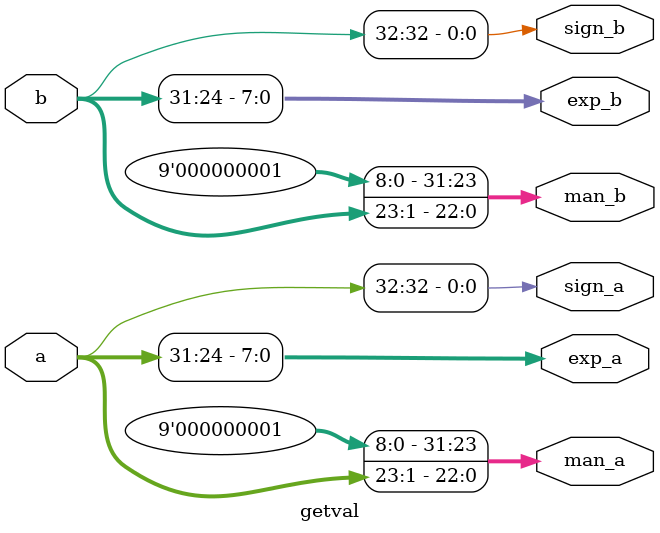
<source format=v>
module getval(
    input [32:1] a,
    input [32:1] b,
    output reg [32:1] man_a,
    output reg [32:1] man_b,
    output reg [8:1] exp_a,
    output reg [8:1] exp_b,
    output reg sign_a,
    output reg sign_b
    
);

always@(*)begin
    man_a={32'b0};
    man_b={32'b0};
    man_a [23:1] = a[23:1];
    man_b [23:1] = b[23:1];
    exp_a =a[31:24];
    exp_b =b[31:24];
    sign_a =a[32];
    sign_b =b[32];

    man_a[24]=1'b1; //1.man_a
    man_b[24]=1'b1; //1.man_b
    end



endmodule
</source>
